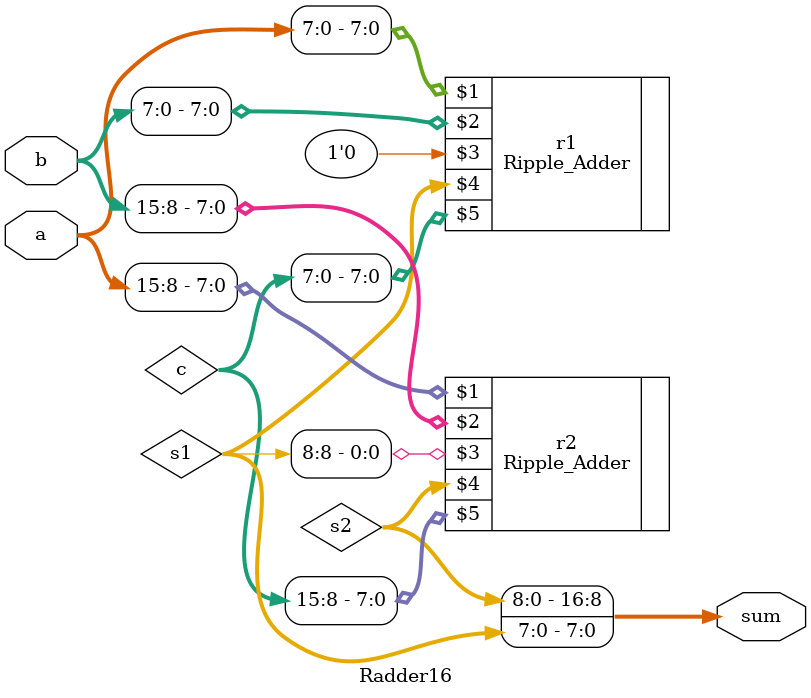
<source format=v>
module Radder16(input[15:0]a,b,output [16:0]sum);
    wire [8:0] s1,s2;wire [15:0] c;
    Ripple_Adder r1(a[7:0],b[7:0],1'b0,s1[8:0],c[7:0]),
           r2(a[15:8],b[15:8],s1[8],s2[8:0],c[15:8]);
           
    assign sum = {s2[8:0],s1[7:0]};
endmodule   
</source>
